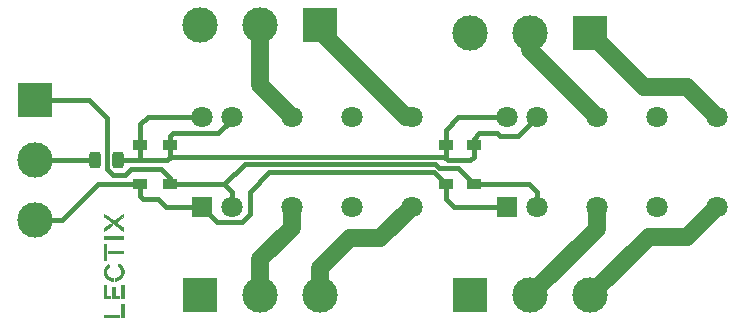
<source format=gtl>
G04 #@! TF.GenerationSoftware,KiCad,Pcbnew,6.0.9-8da3e8f707~116~ubuntu20.04.1*
G04 #@! TF.CreationDate,2023-04-19T17:26:23+00:00*
G04 #@! TF.ProjectId,LEC022102,4c454330-3232-4313-9032-2e6b69636164,rev?*
G04 #@! TF.SameCoordinates,Original*
G04 #@! TF.FileFunction,Copper,L1,Top*
G04 #@! TF.FilePolarity,Positive*
%FSLAX46Y46*%
G04 Gerber Fmt 4.6, Leading zero omitted, Abs format (unit mm)*
G04 Created by KiCad (PCBNEW 6.0.9-8da3e8f707~116~ubuntu20.04.1) date 2023-04-19 17:26:23*
%MOMM*%
%LPD*%
G01*
G04 APERTURE LIST*
G04 Aperture macros list*
%AMRoundRect*
0 Rectangle with rounded corners*
0 $1 Rounding radius*
0 $2 $3 $4 $5 $6 $7 $8 $9 X,Y pos of 4 corners*
0 Add a 4 corners polygon primitive as box body*
4,1,4,$2,$3,$4,$5,$6,$7,$8,$9,$2,$3,0*
0 Add four circle primitives for the rounded corners*
1,1,$1+$1,$2,$3*
1,1,$1+$1,$4,$5*
1,1,$1+$1,$6,$7*
1,1,$1+$1,$8,$9*
0 Add four rect primitives between the rounded corners*
20,1,$1+$1,$2,$3,$4,$5,0*
20,1,$1+$1,$4,$5,$6,$7,0*
20,1,$1+$1,$6,$7,$8,$9,0*
20,1,$1+$1,$8,$9,$2,$3,0*%
G04 Aperture macros list end*
G04 #@! TA.AperFunction,EtchedComponent*
%ADD10C,0.010000*%
G04 #@! TD*
G04 #@! TA.AperFunction,SMDPad,CuDef*
%ADD11R,1.200000X0.900000*%
G04 #@! TD*
G04 #@! TA.AperFunction,ComponentPad*
%ADD12R,3.000000X3.000000*%
G04 #@! TD*
G04 #@! TA.AperFunction,ComponentPad*
%ADD13C,3.000000*%
G04 #@! TD*
G04 #@! TA.AperFunction,ComponentPad*
%ADD14R,1.800000X1.800000*%
G04 #@! TD*
G04 #@! TA.AperFunction,ComponentPad*
%ADD15C,1.800000*%
G04 #@! TD*
G04 #@! TA.AperFunction,SMDPad,CuDef*
%ADD16RoundRect,0.243750X0.243750X0.456250X-0.243750X0.456250X-0.243750X-0.456250X0.243750X-0.456250X0*%
G04 #@! TD*
G04 #@! TA.AperFunction,Conductor*
%ADD17C,0.400000*%
G04 #@! TD*
G04 #@! TA.AperFunction,Conductor*
%ADD18C,1.500000*%
G04 #@! TD*
G04 APERTURE END LIST*
G04 #@! TO.C,LOGO1*
G36*
X96161860Y-94007940D02*
G01*
X96474280Y-94007940D01*
X96474280Y-94231460D01*
X95940880Y-94231460D01*
X95940880Y-93134180D01*
X96161860Y-93134180D01*
X96161860Y-94007940D01*
G37*
D10*
X96161860Y-94007940D02*
X96474280Y-94007940D01*
X96474280Y-94231460D01*
X95940880Y-94231460D01*
X95940880Y-93134180D01*
X96161860Y-93134180D01*
X96161860Y-94007940D01*
G36*
X96521001Y-87896871D02*
G01*
X96527439Y-87900923D01*
X96536779Y-87907183D01*
X96548461Y-87915245D01*
X96561928Y-87924707D01*
X96576622Y-87935162D01*
X96591984Y-87946207D01*
X96607457Y-87957438D01*
X96622483Y-87968449D01*
X96636504Y-87978838D01*
X96648962Y-87988199D01*
X96659298Y-87996128D01*
X96666955Y-88002221D01*
X96671375Y-88006073D01*
X96672247Y-88007190D01*
X96670223Y-88008929D01*
X96664295Y-88013496D01*
X96654671Y-88020736D01*
X96641561Y-88030498D01*
X96625174Y-88042627D01*
X96605719Y-88056971D01*
X96583405Y-88073375D01*
X96558442Y-88091687D01*
X96531037Y-88111753D01*
X96501402Y-88133421D01*
X96469743Y-88156535D01*
X96436272Y-88180944D01*
X96401196Y-88206494D01*
X96364724Y-88233032D01*
X96327067Y-88260404D01*
X96315493Y-88268810D01*
X96277445Y-88296442D01*
X96240468Y-88323293D01*
X96204772Y-88349211D01*
X96170572Y-88374040D01*
X96138081Y-88397626D01*
X96107511Y-88419814D01*
X96079075Y-88440451D01*
X96052985Y-88459382D01*
X96029456Y-88476452D01*
X96008699Y-88491507D01*
X95990927Y-88504392D01*
X95976354Y-88514953D01*
X95965192Y-88523036D01*
X95957654Y-88528486D01*
X95953952Y-88531149D01*
X95953630Y-88531375D01*
X95952417Y-88532123D01*
X95951412Y-88532285D01*
X95950595Y-88531437D01*
X95949947Y-88529156D01*
X95949449Y-88525019D01*
X95949081Y-88518601D01*
X95948823Y-88509478D01*
X95948655Y-88497228D01*
X95948559Y-88481427D01*
X95948514Y-88461651D01*
X95948500Y-88437475D01*
X95948499Y-88420446D01*
X95948500Y-88306032D01*
X96231044Y-88100731D01*
X96264835Y-88076201D01*
X96297537Y-88052507D01*
X96328909Y-88029820D01*
X96358714Y-88008311D01*
X96386711Y-87988152D01*
X96412663Y-87969513D01*
X96436329Y-87952565D01*
X96457470Y-87937480D01*
X96475848Y-87924429D01*
X96491223Y-87913582D01*
X96503356Y-87905111D01*
X96512009Y-87899186D01*
X96516942Y-87895979D01*
X96518021Y-87895430D01*
X96521001Y-87896871D01*
G37*
X96521001Y-87896871D02*
X96527439Y-87900923D01*
X96536779Y-87907183D01*
X96548461Y-87915245D01*
X96561928Y-87924707D01*
X96576622Y-87935162D01*
X96591984Y-87946207D01*
X96607457Y-87957438D01*
X96622483Y-87968449D01*
X96636504Y-87978838D01*
X96648962Y-87988199D01*
X96659298Y-87996128D01*
X96666955Y-88002221D01*
X96671375Y-88006073D01*
X96672247Y-88007190D01*
X96670223Y-88008929D01*
X96664295Y-88013496D01*
X96654671Y-88020736D01*
X96641561Y-88030498D01*
X96625174Y-88042627D01*
X96605719Y-88056971D01*
X96583405Y-88073375D01*
X96558442Y-88091687D01*
X96531037Y-88111753D01*
X96501402Y-88133421D01*
X96469743Y-88156535D01*
X96436272Y-88180944D01*
X96401196Y-88206494D01*
X96364724Y-88233032D01*
X96327067Y-88260404D01*
X96315493Y-88268810D01*
X96277445Y-88296442D01*
X96240468Y-88323293D01*
X96204772Y-88349211D01*
X96170572Y-88374040D01*
X96138081Y-88397626D01*
X96107511Y-88419814D01*
X96079075Y-88440451D01*
X96052985Y-88459382D01*
X96029456Y-88476452D01*
X96008699Y-88491507D01*
X95990927Y-88504392D01*
X95976354Y-88514953D01*
X95965192Y-88523036D01*
X95957654Y-88528486D01*
X95953952Y-88531149D01*
X95953630Y-88531375D01*
X95952417Y-88532123D01*
X95951412Y-88532285D01*
X95950595Y-88531437D01*
X95949947Y-88529156D01*
X95949449Y-88525019D01*
X95949081Y-88518601D01*
X95948823Y-88509478D01*
X95948655Y-88497228D01*
X95948559Y-88481427D01*
X95948514Y-88461651D01*
X95948500Y-88437475D01*
X95948499Y-88420446D01*
X95948500Y-88306032D01*
X96231044Y-88100731D01*
X96264835Y-88076201D01*
X96297537Y-88052507D01*
X96328909Y-88029820D01*
X96358714Y-88008311D01*
X96386711Y-87988152D01*
X96412663Y-87969513D01*
X96436329Y-87952565D01*
X96457470Y-87937480D01*
X96475848Y-87924429D01*
X96491223Y-87913582D01*
X96503356Y-87905111D01*
X96512009Y-87899186D01*
X96516942Y-87895979D01*
X96518021Y-87895430D01*
X96521001Y-87896871D01*
G36*
X97619820Y-89169240D02*
G01*
X95948500Y-89169240D01*
X95948500Y-88948260D01*
X97619820Y-88948260D01*
X97619820Y-89169240D01*
G37*
X97619820Y-89169240D02*
X95948500Y-89169240D01*
X95948500Y-88948260D01*
X97619820Y-88948260D01*
X97619820Y-89169240D01*
G36*
X96883220Y-94007940D02*
G01*
X97226120Y-94007940D01*
X97226120Y-94228920D01*
X96659700Y-94228920D01*
X96659700Y-93248480D01*
X96883220Y-93248480D01*
X96883220Y-94007940D01*
G37*
X96883220Y-94007940D02*
X97226120Y-94007940D01*
X97226120Y-94228920D01*
X96659700Y-94228920D01*
X96659700Y-93248480D01*
X96883220Y-93248480D01*
X96883220Y-94007940D01*
G36*
X97226120Y-95826580D02*
G01*
X95951040Y-95826580D01*
X95951040Y-95605600D01*
X97226120Y-95605600D01*
X97226120Y-95826580D01*
G37*
X97226120Y-95826580D02*
X95951040Y-95826580D01*
X95951040Y-95605600D01*
X97226120Y-95605600D01*
X97226120Y-95826580D01*
G36*
X96373183Y-87364852D02*
G01*
X96414298Y-87394936D01*
X96454325Y-87424213D01*
X96493069Y-87452542D01*
X96530338Y-87479783D01*
X96565940Y-87505794D01*
X96599680Y-87530434D01*
X96631366Y-87553564D01*
X96660806Y-87575043D01*
X96687806Y-87594729D01*
X96712172Y-87612482D01*
X96733713Y-87628161D01*
X96752236Y-87641626D01*
X96767546Y-87652735D01*
X96779452Y-87661349D01*
X96787760Y-87667326D01*
X96792277Y-87670526D01*
X96793087Y-87671054D01*
X96795269Y-87669593D01*
X96801370Y-87665293D01*
X96811192Y-87658297D01*
X96824541Y-87648744D01*
X96841220Y-87636776D01*
X96861032Y-87622535D01*
X96883783Y-87606162D01*
X96909275Y-87587798D01*
X96937314Y-87567584D01*
X96967701Y-87545663D01*
X97000243Y-87522175D01*
X97034742Y-87497261D01*
X97071003Y-87471062D01*
X97108829Y-87443721D01*
X97148025Y-87415378D01*
X97188395Y-87386175D01*
X97204766Y-87374329D01*
X97245564Y-87344810D01*
X97285274Y-87316087D01*
X97323701Y-87288301D01*
X97360647Y-87261595D01*
X97395916Y-87236111D01*
X97429310Y-87211990D01*
X97460635Y-87189374D01*
X97489692Y-87168405D01*
X97516285Y-87149225D01*
X97540218Y-87131975D01*
X97561293Y-87116798D01*
X97579315Y-87103836D01*
X97594086Y-87093230D01*
X97605411Y-87085122D01*
X97613091Y-87079654D01*
X97616932Y-87076967D01*
X97617347Y-87076704D01*
X97617981Y-87078984D01*
X97618522Y-87086178D01*
X97618969Y-87098122D01*
X97619317Y-87114651D01*
X97619563Y-87135600D01*
X97619703Y-87160804D01*
X97619734Y-87189734D01*
X97619649Y-87303610D01*
X97285780Y-87544910D01*
X97249037Y-87571474D01*
X97213426Y-87597235D01*
X97179163Y-87622035D01*
X97146466Y-87645717D01*
X97115550Y-87668124D01*
X97086632Y-87689098D01*
X97059929Y-87708483D01*
X97035658Y-87726120D01*
X97014034Y-87741853D01*
X96995274Y-87755525D01*
X96979596Y-87766977D01*
X96967215Y-87776052D01*
X96958347Y-87782594D01*
X96953211Y-87786444D01*
X96951933Y-87787480D01*
X96953950Y-87789094D01*
X96959854Y-87793545D01*
X96969427Y-87800676D01*
X96982455Y-87810326D01*
X96998722Y-87822339D01*
X97018010Y-87836553D01*
X97040106Y-87852812D01*
X97064791Y-87870956D01*
X97091851Y-87890827D01*
X97121070Y-87912266D01*
X97152231Y-87935113D01*
X97185119Y-87959211D01*
X97219518Y-87984400D01*
X97255211Y-88010523D01*
X97283644Y-88031320D01*
X97320214Y-88058075D01*
X97355667Y-88084035D01*
X97389786Y-88109039D01*
X97422355Y-88132928D01*
X97453156Y-88155542D01*
X97481973Y-88176721D01*
X97508589Y-88196307D01*
X97532787Y-88214137D01*
X97554350Y-88230054D01*
X97573061Y-88243898D01*
X97588704Y-88255507D01*
X97601061Y-88264724D01*
X97609916Y-88271387D01*
X97615051Y-88275338D01*
X97616335Y-88276430D01*
X97616529Y-88279426D01*
X97616680Y-88286975D01*
X97616789Y-88298550D01*
X97616853Y-88313625D01*
X97616870Y-88331673D01*
X97616839Y-88352167D01*
X97616759Y-88374581D01*
X97616672Y-88391352D01*
X97616010Y-88503733D01*
X96787970Y-87897775D01*
X96729907Y-87855283D01*
X96672878Y-87813543D01*
X96617019Y-87772657D01*
X96562469Y-87732724D01*
X96509363Y-87693846D01*
X96457839Y-87656122D01*
X96408036Y-87619653D01*
X96360089Y-87584541D01*
X96314136Y-87550885D01*
X96270314Y-87518786D01*
X96228761Y-87488345D01*
X96189614Y-87459662D01*
X96153011Y-87432838D01*
X96119087Y-87407973D01*
X96087981Y-87385168D01*
X96059831Y-87364523D01*
X96034772Y-87346140D01*
X96012943Y-87330118D01*
X95994481Y-87316559D01*
X95979522Y-87305563D01*
X95968205Y-87297229D01*
X95960667Y-87291660D01*
X95957044Y-87288955D01*
X95956728Y-87288706D01*
X95955936Y-87286871D01*
X95955292Y-87282807D01*
X95954789Y-87276140D01*
X95954418Y-87266496D01*
X95954171Y-87253503D01*
X95954039Y-87236788D01*
X95954016Y-87215976D01*
X95954092Y-87190696D01*
X95954188Y-87172150D01*
X95954850Y-87058704D01*
X96373183Y-87364852D01*
G37*
X96373183Y-87364852D02*
X96414298Y-87394936D01*
X96454325Y-87424213D01*
X96493069Y-87452542D01*
X96530338Y-87479783D01*
X96565940Y-87505794D01*
X96599680Y-87530434D01*
X96631366Y-87553564D01*
X96660806Y-87575043D01*
X96687806Y-87594729D01*
X96712172Y-87612482D01*
X96733713Y-87628161D01*
X96752236Y-87641626D01*
X96767546Y-87652735D01*
X96779452Y-87661349D01*
X96787760Y-87667326D01*
X96792277Y-87670526D01*
X96793087Y-87671054D01*
X96795269Y-87669593D01*
X96801370Y-87665293D01*
X96811192Y-87658297D01*
X96824541Y-87648744D01*
X96841220Y-87636776D01*
X96861032Y-87622535D01*
X96883783Y-87606162D01*
X96909275Y-87587798D01*
X96937314Y-87567584D01*
X96967701Y-87545663D01*
X97000243Y-87522175D01*
X97034742Y-87497261D01*
X97071003Y-87471062D01*
X97108829Y-87443721D01*
X97148025Y-87415378D01*
X97188395Y-87386175D01*
X97204766Y-87374329D01*
X97245564Y-87344810D01*
X97285274Y-87316087D01*
X97323701Y-87288301D01*
X97360647Y-87261595D01*
X97395916Y-87236111D01*
X97429310Y-87211990D01*
X97460635Y-87189374D01*
X97489692Y-87168405D01*
X97516285Y-87149225D01*
X97540218Y-87131975D01*
X97561293Y-87116798D01*
X97579315Y-87103836D01*
X97594086Y-87093230D01*
X97605411Y-87085122D01*
X97613091Y-87079654D01*
X97616932Y-87076967D01*
X97617347Y-87076704D01*
X97617981Y-87078984D01*
X97618522Y-87086178D01*
X97618969Y-87098122D01*
X97619317Y-87114651D01*
X97619563Y-87135600D01*
X97619703Y-87160804D01*
X97619734Y-87189734D01*
X97619649Y-87303610D01*
X97285780Y-87544910D01*
X97249037Y-87571474D01*
X97213426Y-87597235D01*
X97179163Y-87622035D01*
X97146466Y-87645717D01*
X97115550Y-87668124D01*
X97086632Y-87689098D01*
X97059929Y-87708483D01*
X97035658Y-87726120D01*
X97014034Y-87741853D01*
X96995274Y-87755525D01*
X96979596Y-87766977D01*
X96967215Y-87776052D01*
X96958347Y-87782594D01*
X96953211Y-87786444D01*
X96951933Y-87787480D01*
X96953950Y-87789094D01*
X96959854Y-87793545D01*
X96969427Y-87800676D01*
X96982455Y-87810326D01*
X96998722Y-87822339D01*
X97018010Y-87836553D01*
X97040106Y-87852812D01*
X97064791Y-87870956D01*
X97091851Y-87890827D01*
X97121070Y-87912266D01*
X97152231Y-87935113D01*
X97185119Y-87959211D01*
X97219518Y-87984400D01*
X97255211Y-88010523D01*
X97283644Y-88031320D01*
X97320214Y-88058075D01*
X97355667Y-88084035D01*
X97389786Y-88109039D01*
X97422355Y-88132928D01*
X97453156Y-88155542D01*
X97481973Y-88176721D01*
X97508589Y-88196307D01*
X97532787Y-88214137D01*
X97554350Y-88230054D01*
X97573061Y-88243898D01*
X97588704Y-88255507D01*
X97601061Y-88264724D01*
X97609916Y-88271387D01*
X97615051Y-88275338D01*
X97616335Y-88276430D01*
X97616529Y-88279426D01*
X97616680Y-88286975D01*
X97616789Y-88298550D01*
X97616853Y-88313625D01*
X97616870Y-88331673D01*
X97616839Y-88352167D01*
X97616759Y-88374581D01*
X97616672Y-88391352D01*
X97616010Y-88503733D01*
X96787970Y-87897775D01*
X96729907Y-87855283D01*
X96672878Y-87813543D01*
X96617019Y-87772657D01*
X96562469Y-87732724D01*
X96509363Y-87693846D01*
X96457839Y-87656122D01*
X96408036Y-87619653D01*
X96360089Y-87584541D01*
X96314136Y-87550885D01*
X96270314Y-87518786D01*
X96228761Y-87488345D01*
X96189614Y-87459662D01*
X96153011Y-87432838D01*
X96119087Y-87407973D01*
X96087981Y-87385168D01*
X96059831Y-87364523D01*
X96034772Y-87346140D01*
X96012943Y-87330118D01*
X95994481Y-87316559D01*
X95979522Y-87305563D01*
X95968205Y-87297229D01*
X95960667Y-87291660D01*
X95957044Y-87288955D01*
X95956728Y-87288706D01*
X95955936Y-87286871D01*
X95955292Y-87282807D01*
X95954789Y-87276140D01*
X95954418Y-87266496D01*
X95954171Y-87253503D01*
X95954039Y-87236788D01*
X95954016Y-87215976D01*
X95954092Y-87190696D01*
X95954188Y-87172150D01*
X95954850Y-87058704D01*
X96373183Y-87364852D01*
G36*
X97236864Y-91291350D02*
G01*
X97242246Y-91293764D01*
X97250130Y-91298171D01*
X97261022Y-91304839D01*
X97275432Y-91314037D01*
X97280730Y-91317468D01*
X97331247Y-91353255D01*
X97378456Y-91392767D01*
X97422181Y-91435747D01*
X97462245Y-91481939D01*
X97498473Y-91531085D01*
X97530690Y-91582929D01*
X97558719Y-91637214D01*
X97582386Y-91693683D01*
X97601513Y-91752078D01*
X97614608Y-91805614D01*
X97618715Y-91826549D01*
X97621937Y-91845693D01*
X97624387Y-91864214D01*
X97626177Y-91883279D01*
X97627419Y-91904056D01*
X97628226Y-91927714D01*
X97628665Y-91951810D01*
X97628860Y-91970035D01*
X97628960Y-91986929D01*
X97628966Y-92001719D01*
X97628880Y-92013633D01*
X97628704Y-92021897D01*
X97628485Y-92025470D01*
X97627741Y-92031358D01*
X97626630Y-92040690D01*
X97625341Y-92051862D01*
X97624735Y-92057220D01*
X97616047Y-92112997D01*
X97602574Y-92168993D01*
X97584545Y-92224599D01*
X97562188Y-92279206D01*
X97535731Y-92332203D01*
X97505401Y-92382981D01*
X97499955Y-92391230D01*
X97479098Y-92421202D01*
X97458653Y-92447956D01*
X97437317Y-92473058D01*
X97413790Y-92498073D01*
X97398501Y-92513282D01*
X97351656Y-92555480D01*
X97302179Y-92593384D01*
X97250236Y-92626914D01*
X97195994Y-92655986D01*
X97139618Y-92680518D01*
X97081274Y-92700426D01*
X97021129Y-92715629D01*
X96975477Y-92723813D01*
X96966261Y-92725020D01*
X96953810Y-92726423D01*
X96939307Y-92727913D01*
X96923937Y-92729382D01*
X96908885Y-92730719D01*
X96895334Y-92731815D01*
X96884470Y-92732562D01*
X96877505Y-92732850D01*
X96877107Y-92730398D01*
X96876738Y-92723379D01*
X96876405Y-92712308D01*
X96876119Y-92697696D01*
X96875886Y-92680059D01*
X96875717Y-92659909D01*
X96875620Y-92637759D01*
X96875600Y-92621481D01*
X96875600Y-92510101D01*
X96909255Y-92508598D01*
X96958642Y-92503880D01*
X97007391Y-92494286D01*
X97055126Y-92480012D01*
X97101472Y-92461257D01*
X97146055Y-92438216D01*
X97188500Y-92411087D01*
X97228432Y-92380067D01*
X97265476Y-92345352D01*
X97299258Y-92307140D01*
X97304066Y-92301060D01*
X97332193Y-92260962D01*
X97356754Y-92217655D01*
X97377491Y-92171786D01*
X97394147Y-92124001D01*
X97406466Y-92074946D01*
X97414191Y-92025267D01*
X97414331Y-92023939D01*
X97415812Y-92002583D01*
X97416277Y-91977988D01*
X97415784Y-91951830D01*
X97414393Y-91925784D01*
X97412161Y-91901525D01*
X97409369Y-91881960D01*
X97397968Y-91831580D01*
X97382011Y-91782829D01*
X97361722Y-91736027D01*
X97337326Y-91691494D01*
X97309050Y-91649553D01*
X97277119Y-91610523D01*
X97241757Y-91574725D01*
X97203189Y-91542479D01*
X97161642Y-91514107D01*
X97143570Y-91503541D01*
X97135866Y-91499236D01*
X97130162Y-91496023D01*
X97127660Y-91494581D01*
X97127648Y-91494572D01*
X97128589Y-91492282D01*
X97131586Y-91486034D01*
X97136356Y-91476378D01*
X97142617Y-91463866D01*
X97150087Y-91449050D01*
X97158484Y-91432482D01*
X97167526Y-91414712D01*
X97176930Y-91396291D01*
X97186414Y-91377773D01*
X97195697Y-91359708D01*
X97204496Y-91342647D01*
X97212530Y-91327143D01*
X97219515Y-91313746D01*
X97225170Y-91303008D01*
X97229212Y-91295481D01*
X97231360Y-91291716D01*
X97231574Y-91291421D01*
X97233476Y-91290658D01*
X97236864Y-91291350D01*
G37*
X97236864Y-91291350D02*
X97242246Y-91293764D01*
X97250130Y-91298171D01*
X97261022Y-91304839D01*
X97275432Y-91314037D01*
X97280730Y-91317468D01*
X97331247Y-91353255D01*
X97378456Y-91392767D01*
X97422181Y-91435747D01*
X97462245Y-91481939D01*
X97498473Y-91531085D01*
X97530690Y-91582929D01*
X97558719Y-91637214D01*
X97582386Y-91693683D01*
X97601513Y-91752078D01*
X97614608Y-91805614D01*
X97618715Y-91826549D01*
X97621937Y-91845693D01*
X97624387Y-91864214D01*
X97626177Y-91883279D01*
X97627419Y-91904056D01*
X97628226Y-91927714D01*
X97628665Y-91951810D01*
X97628860Y-91970035D01*
X97628960Y-91986929D01*
X97628966Y-92001719D01*
X97628880Y-92013633D01*
X97628704Y-92021897D01*
X97628485Y-92025470D01*
X97627741Y-92031358D01*
X97626630Y-92040690D01*
X97625341Y-92051862D01*
X97624735Y-92057220D01*
X97616047Y-92112997D01*
X97602574Y-92168993D01*
X97584545Y-92224599D01*
X97562188Y-92279206D01*
X97535731Y-92332203D01*
X97505401Y-92382981D01*
X97499955Y-92391230D01*
X97479098Y-92421202D01*
X97458653Y-92447956D01*
X97437317Y-92473058D01*
X97413790Y-92498073D01*
X97398501Y-92513282D01*
X97351656Y-92555480D01*
X97302179Y-92593384D01*
X97250236Y-92626914D01*
X97195994Y-92655986D01*
X97139618Y-92680518D01*
X97081274Y-92700426D01*
X97021129Y-92715629D01*
X96975477Y-92723813D01*
X96966261Y-92725020D01*
X96953810Y-92726423D01*
X96939307Y-92727913D01*
X96923937Y-92729382D01*
X96908885Y-92730719D01*
X96895334Y-92731815D01*
X96884470Y-92732562D01*
X96877505Y-92732850D01*
X96877107Y-92730398D01*
X96876738Y-92723379D01*
X96876405Y-92712308D01*
X96876119Y-92697696D01*
X96875886Y-92680059D01*
X96875717Y-92659909D01*
X96875620Y-92637759D01*
X96875600Y-92621481D01*
X96875600Y-92510101D01*
X96909255Y-92508598D01*
X96958642Y-92503880D01*
X97007391Y-92494286D01*
X97055126Y-92480012D01*
X97101472Y-92461257D01*
X97146055Y-92438216D01*
X97188500Y-92411087D01*
X97228432Y-92380067D01*
X97265476Y-92345352D01*
X97299258Y-92307140D01*
X97304066Y-92301060D01*
X97332193Y-92260962D01*
X97356754Y-92217655D01*
X97377491Y-92171786D01*
X97394147Y-92124001D01*
X97406466Y-92074946D01*
X97414191Y-92025267D01*
X97414331Y-92023939D01*
X97415812Y-92002583D01*
X97416277Y-91977988D01*
X97415784Y-91951830D01*
X97414393Y-91925784D01*
X97412161Y-91901525D01*
X97409369Y-91881960D01*
X97397968Y-91831580D01*
X97382011Y-91782829D01*
X97361722Y-91736027D01*
X97337326Y-91691494D01*
X97309050Y-91649553D01*
X97277119Y-91610523D01*
X97241757Y-91574725D01*
X97203189Y-91542479D01*
X97161642Y-91514107D01*
X97143570Y-91503541D01*
X97135866Y-91499236D01*
X97130162Y-91496023D01*
X97127660Y-91494581D01*
X97127648Y-91494572D01*
X97128589Y-91492282D01*
X97131586Y-91486034D01*
X97136356Y-91476378D01*
X97142617Y-91463866D01*
X97150087Y-91449050D01*
X97158484Y-91432482D01*
X97167526Y-91414712D01*
X97176930Y-91396291D01*
X97186414Y-91377773D01*
X97195697Y-91359708D01*
X97204496Y-91342647D01*
X97212530Y-91327143D01*
X97219515Y-91313746D01*
X97225170Y-91303008D01*
X97229212Y-91295481D01*
X97231360Y-91291716D01*
X97231574Y-91291421D01*
X97233476Y-91290658D01*
X97236864Y-91291350D01*
G36*
X97619820Y-90416380D02*
G01*
X96337120Y-90416380D01*
X96337120Y-90195400D01*
X97619820Y-90195400D01*
X97619820Y-90416380D01*
G37*
X97619820Y-90416380D02*
X96337120Y-90416380D01*
X96337120Y-90195400D01*
X97619820Y-90195400D01*
X97619820Y-90416380D01*
G36*
X97627440Y-94226380D02*
G01*
X97403920Y-94226380D01*
X97403920Y-93134180D01*
X97627440Y-93134180D01*
X97627440Y-94226380D01*
G37*
X97627440Y-94226380D02*
X97403920Y-94226380D01*
X97403920Y-93134180D01*
X97627440Y-93134180D01*
X97627440Y-94226380D01*
G36*
X96322046Y-91327073D02*
G01*
X96323794Y-91329384D01*
X96327936Y-91335416D01*
X96334116Y-91344624D01*
X96341976Y-91356459D01*
X96351159Y-91370373D01*
X96361308Y-91385819D01*
X96372066Y-91402250D01*
X96383075Y-91419117D01*
X96393979Y-91435873D01*
X96404419Y-91451971D01*
X96414039Y-91466862D01*
X96422482Y-91480000D01*
X96429390Y-91490835D01*
X96434407Y-91498822D01*
X96437174Y-91503412D01*
X96437584Y-91504206D01*
X96436718Y-91507032D01*
X96432095Y-91511095D01*
X96423339Y-91516695D01*
X96417914Y-91519816D01*
X96390428Y-91536911D01*
X96362002Y-91557573D01*
X96333852Y-91580771D01*
X96307197Y-91605472D01*
X96283254Y-91630644D01*
X96273140Y-91642520D01*
X96243172Y-91683154D01*
X96217127Y-91726753D01*
X96195226Y-91772804D01*
X96177690Y-91820792D01*
X96164740Y-91870203D01*
X96157813Y-91910548D01*
X96155768Y-91932054D01*
X96154722Y-91956779D01*
X96154637Y-91983240D01*
X96155480Y-92009955D01*
X96157214Y-92035443D01*
X96159804Y-92058221D01*
X96161603Y-92069174D01*
X96173608Y-92119714D01*
X96190099Y-92168225D01*
X96210857Y-92214466D01*
X96235666Y-92258196D01*
X96264308Y-92299174D01*
X96296566Y-92337159D01*
X96332223Y-92371910D01*
X96371062Y-92403186D01*
X96412864Y-92430748D01*
X96457413Y-92454352D01*
X96504492Y-92473760D01*
X96535621Y-92483801D01*
X96580052Y-92494444D01*
X96626105Y-92501072D01*
X96664145Y-92503568D01*
X96705420Y-92504972D01*
X96705420Y-92725969D01*
X96660335Y-92724493D01*
X96600765Y-92720049D01*
X96542219Y-92710761D01*
X96484945Y-92696804D01*
X96429192Y-92678357D01*
X96375206Y-92655595D01*
X96323239Y-92628694D01*
X96273537Y-92597832D01*
X96226349Y-92563184D01*
X96181923Y-92524927D01*
X96140510Y-92483238D01*
X96102355Y-92438292D01*
X96067709Y-92390267D01*
X96036820Y-92339339D01*
X96009936Y-92285684D01*
X95996046Y-92252800D01*
X95977465Y-92199923D01*
X95962763Y-92145211D01*
X95951716Y-92087795D01*
X95949434Y-92072460D01*
X95947688Y-92056281D01*
X95946339Y-92036218D01*
X95945399Y-92013456D01*
X95944875Y-91989175D01*
X95944777Y-91964559D01*
X95945115Y-91940791D01*
X95945898Y-91919051D01*
X95947135Y-91900524D01*
X95948013Y-91892120D01*
X95958111Y-91830464D01*
X95972858Y-91770518D01*
X95992120Y-91712498D01*
X96015760Y-91656620D01*
X96043642Y-91603099D01*
X96075632Y-91552150D01*
X96111592Y-91503988D01*
X96151388Y-91458829D01*
X96194884Y-91416889D01*
X96241944Y-91378383D01*
X96292433Y-91343525D01*
X96294462Y-91342247D01*
X96304604Y-91336050D01*
X96313176Y-91331127D01*
X96319284Y-91327968D01*
X96322034Y-91327067D01*
X96322046Y-91327073D01*
G37*
X96322046Y-91327073D02*
X96323794Y-91329384D01*
X96327936Y-91335416D01*
X96334116Y-91344624D01*
X96341976Y-91356459D01*
X96351159Y-91370373D01*
X96361308Y-91385819D01*
X96372066Y-91402250D01*
X96383075Y-91419117D01*
X96393979Y-91435873D01*
X96404419Y-91451971D01*
X96414039Y-91466862D01*
X96422482Y-91480000D01*
X96429390Y-91490835D01*
X96434407Y-91498822D01*
X96437174Y-91503412D01*
X96437584Y-91504206D01*
X96436718Y-91507032D01*
X96432095Y-91511095D01*
X96423339Y-91516695D01*
X96417914Y-91519816D01*
X96390428Y-91536911D01*
X96362002Y-91557573D01*
X96333852Y-91580771D01*
X96307197Y-91605472D01*
X96283254Y-91630644D01*
X96273140Y-91642520D01*
X96243172Y-91683154D01*
X96217127Y-91726753D01*
X96195226Y-91772804D01*
X96177690Y-91820792D01*
X96164740Y-91870203D01*
X96157813Y-91910548D01*
X96155768Y-91932054D01*
X96154722Y-91956779D01*
X96154637Y-91983240D01*
X96155480Y-92009955D01*
X96157214Y-92035443D01*
X96159804Y-92058221D01*
X96161603Y-92069174D01*
X96173608Y-92119714D01*
X96190099Y-92168225D01*
X96210857Y-92214466D01*
X96235666Y-92258196D01*
X96264308Y-92299174D01*
X96296566Y-92337159D01*
X96332223Y-92371910D01*
X96371062Y-92403186D01*
X96412864Y-92430748D01*
X96457413Y-92454352D01*
X96504492Y-92473760D01*
X96535621Y-92483801D01*
X96580052Y-92494444D01*
X96626105Y-92501072D01*
X96664145Y-92503568D01*
X96705420Y-92504972D01*
X96705420Y-92725969D01*
X96660335Y-92724493D01*
X96600765Y-92720049D01*
X96542219Y-92710761D01*
X96484945Y-92696804D01*
X96429192Y-92678357D01*
X96375206Y-92655595D01*
X96323239Y-92628694D01*
X96273537Y-92597832D01*
X96226349Y-92563184D01*
X96181923Y-92524927D01*
X96140510Y-92483238D01*
X96102355Y-92438292D01*
X96067709Y-92390267D01*
X96036820Y-92339339D01*
X96009936Y-92285684D01*
X95996046Y-92252800D01*
X95977465Y-92199923D01*
X95962763Y-92145211D01*
X95951716Y-92087795D01*
X95949434Y-92072460D01*
X95947688Y-92056281D01*
X95946339Y-92036218D01*
X95945399Y-92013456D01*
X95944875Y-91989175D01*
X95944777Y-91964559D01*
X95945115Y-91940791D01*
X95945898Y-91919051D01*
X95947135Y-91900524D01*
X95948013Y-91892120D01*
X95958111Y-91830464D01*
X95972858Y-91770518D01*
X95992120Y-91712498D01*
X96015760Y-91656620D01*
X96043642Y-91603099D01*
X96075632Y-91552150D01*
X96111592Y-91503988D01*
X96151388Y-91458829D01*
X96194884Y-91416889D01*
X96241944Y-91378383D01*
X96292433Y-91343525D01*
X96294462Y-91342247D01*
X96304604Y-91336050D01*
X96313176Y-91331127D01*
X96319284Y-91327968D01*
X96322034Y-91327067D01*
X96322046Y-91327073D01*
G36*
X96169480Y-90985340D02*
G01*
X95948500Y-90985340D01*
X95948500Y-89616280D01*
X96169480Y-89616280D01*
X96169480Y-90985340D01*
G37*
X96169480Y-90985340D02*
X95948500Y-90985340D01*
X95948500Y-89616280D01*
X96169480Y-89616280D01*
X96169480Y-90985340D01*
G36*
X97627440Y-95826580D02*
G01*
X97403920Y-95826580D01*
X97403920Y-94678500D01*
X97627440Y-94678500D01*
X97627440Y-95826580D01*
G37*
X97627440Y-95826580D02*
X97403920Y-95826580D01*
X97403920Y-94678500D01*
X97627440Y-94678500D01*
X97627440Y-95826580D01*
G04 #@! TD*
D11*
G04 #@! TO.P,D1,1,K*
G04 #@! TO.N,/S*
X99060000Y-84580000D03*
G04 #@! TO.P,D1,2,A*
G04 #@! TO.N,Net-(D1-Pad2)*
X99060000Y-81280000D03*
G04 #@! TD*
G04 #@! TO.P,D2,1,K*
G04 #@! TO.N,/R*
X101600000Y-84580000D03*
G04 #@! TO.P,D2,2,A*
G04 #@! TO.N,Net-(D1-Pad2)*
X101600000Y-81280000D03*
G04 #@! TD*
D12*
G04 #@! TO.P,J2,1,Pin_1*
G04 #@! TO.N,/R1*
X104140000Y-93980000D03*
D13*
G04 #@! TO.P,J2,2,Pin_2*
G04 #@! TO.N,/C1*
X109220000Y-93980000D03*
G04 #@! TO.P,J2,3,Pin_3*
G04 #@! TO.N,/S1*
X114300000Y-93980000D03*
G04 #@! TD*
D12*
G04 #@! TO.P,J3,1,Pin_1*
G04 #@! TO.N,/S2*
X114300000Y-71120000D03*
D13*
G04 #@! TO.P,J3,2,Pin_2*
G04 #@! TO.N,/C2*
X109220000Y-71120000D03*
G04 #@! TO.P,J3,3,Pin_3*
G04 #@! TO.N,/R2*
X104140000Y-71120000D03*
G04 #@! TD*
D14*
G04 #@! TO.P,K1,1*
G04 #@! TO.N,/S*
X104267000Y-86487000D03*
D15*
G04 #@! TO.P,K1,2*
G04 #@! TO.N,/R*
X106807000Y-86487000D03*
G04 #@! TO.P,K1,4*
G04 #@! TO.N,/C1*
X111887000Y-86487000D03*
G04 #@! TO.P,K1,6*
G04 #@! TO.N,/R1*
X116967000Y-86487000D03*
G04 #@! TO.P,K1,8*
G04 #@! TO.N,/S1*
X122047000Y-86487000D03*
G04 #@! TO.P,K1,9*
G04 #@! TO.N,/S2*
X122047000Y-78867000D03*
G04 #@! TO.P,K1,11*
G04 #@! TO.N,/R2*
X116967000Y-78867000D03*
G04 #@! TO.P,K1,13*
G04 #@! TO.N,/C2*
X111887000Y-78867000D03*
G04 #@! TO.P,K1,15*
G04 #@! TO.N,Net-(D1-Pad2)*
X106807000Y-78867000D03*
G04 #@! TO.P,K1,16*
X104267000Y-78867000D03*
G04 #@! TD*
D12*
G04 #@! TO.P,J1,1,Pin_1*
G04 #@! TO.N,/R*
X90170000Y-77470000D03*
D13*
G04 #@! TO.P,J1,2,Pin_2*
G04 #@! TO.N,/C*
X90170000Y-82550000D03*
G04 #@! TO.P,J1,3,Pin_3*
G04 #@! TO.N,/S*
X90170000Y-87630000D03*
G04 #@! TD*
D16*
G04 #@! TO.P,R1,1*
G04 #@! TO.N,Net-(D1-Pad2)*
X97125000Y-82550000D03*
G04 #@! TO.P,R1,2*
G04 #@! TO.N,/C*
X95250000Y-82550000D03*
G04 #@! TD*
D11*
G04 #@! TO.P,D3,1,K*
G04 #@! TO.N,/S*
X124900000Y-84580000D03*
G04 #@! TO.P,D3,2,A*
G04 #@! TO.N,Net-(D1-Pad2)*
X124900000Y-81280000D03*
G04 #@! TD*
D14*
G04 #@! TO.P,K2,1*
G04 #@! TO.N,/S*
X130094688Y-86487000D03*
D15*
G04 #@! TO.P,K2,2*
G04 #@! TO.N,/R*
X132634688Y-86487000D03*
G04 #@! TO.P,K2,4*
G04 #@! TO.N,/C3*
X137714688Y-86487000D03*
G04 #@! TO.P,K2,6*
G04 #@! TO.N,/R3*
X142794688Y-86487000D03*
G04 #@! TO.P,K2,8*
G04 #@! TO.N,/S3*
X147874688Y-86487000D03*
G04 #@! TO.P,K2,9*
G04 #@! TO.N,/S4*
X147874688Y-78867000D03*
G04 #@! TO.P,K2,11*
G04 #@! TO.N,/R4*
X142794688Y-78867000D03*
G04 #@! TO.P,K2,13*
G04 #@! TO.N,/C4*
X137714688Y-78867000D03*
G04 #@! TO.P,K2,15*
G04 #@! TO.N,Net-(D1-Pad2)*
X132634688Y-78867000D03*
G04 #@! TO.P,K2,16*
X130094688Y-78867000D03*
G04 #@! TD*
D12*
G04 #@! TO.P,J5,1,Pin_1*
G04 #@! TO.N,/S4*
X137160000Y-71755000D03*
D13*
G04 #@! TO.P,J5,2,Pin_2*
G04 #@! TO.N,/C4*
X132080000Y-71755000D03*
G04 #@! TO.P,J5,3,Pin_3*
G04 #@! TO.N,/R4*
X127000000Y-71755000D03*
G04 #@! TD*
D12*
G04 #@! TO.P,J4,1,Pin_1*
G04 #@! TO.N,/R3*
X127000000Y-93980000D03*
D13*
G04 #@! TO.P,J4,2,Pin_2*
G04 #@! TO.N,/C3*
X132080000Y-93980000D03*
G04 #@! TO.P,J4,3,Pin_3*
G04 #@! TO.N,/S3*
X137160000Y-93980000D03*
G04 #@! TD*
D11*
G04 #@! TO.P,D4,1,K*
G04 #@! TO.N,/R*
X127300000Y-84580000D03*
G04 #@! TO.P,D4,2,A*
G04 #@! TO.N,Net-(D1-Pad2)*
X127300000Y-81280000D03*
G04 #@! TD*
D17*
G04 #@! TO.N,Net-(D1-Pad2)*
X106807000Y-78867000D02*
X106807000Y-79121000D01*
X101854000Y-80264000D02*
X101600000Y-80518000D01*
X124900000Y-81280000D02*
X124900000Y-82355000D01*
X106807000Y-79121000D02*
X105664000Y-80264000D01*
X101346000Y-82550000D02*
X101600000Y-82296000D01*
X97125000Y-82550000D02*
X99060000Y-82550000D01*
X127300000Y-82250000D02*
X127000000Y-82550000D01*
X124784998Y-82239998D02*
X101656002Y-82239998D01*
X104267000Y-78867000D02*
X99695000Y-78867000D01*
X124900000Y-79951000D02*
X124900000Y-81280000D01*
X101600000Y-82296000D02*
X101600000Y-81280000D01*
X124900000Y-82355000D02*
X125095000Y-82550000D01*
X127762000Y-80264000D02*
X129286000Y-80264000D01*
X127000000Y-82550000D02*
X125095000Y-82550000D01*
X129286000Y-80264000D02*
X129540000Y-80518000D01*
X99060000Y-79502000D02*
X99060000Y-81280000D01*
X125984000Y-78867000D02*
X124900000Y-79951000D01*
X130983688Y-80518000D02*
X132634688Y-78867000D01*
X105664000Y-80264000D02*
X101854000Y-80264000D01*
X127300000Y-80726000D02*
X127762000Y-80264000D01*
X127300000Y-81280000D02*
X127300000Y-80726000D01*
X99060000Y-81280000D02*
X99060000Y-82550000D01*
X99060000Y-82550000D02*
X101346000Y-82550000D01*
X101656002Y-82239998D02*
X101346000Y-82550000D01*
X129540000Y-80518000D02*
X130983688Y-80518000D01*
X99695000Y-78867000D02*
X99060000Y-79502000D01*
X130094688Y-78867000D02*
X125984000Y-78867000D01*
X125095000Y-82550000D02*
X124784998Y-82239998D01*
X101600000Y-80518000D02*
X101600000Y-81280000D01*
X127300000Y-81280000D02*
X127300000Y-82250000D01*
G04 #@! TO.N,/S*
X109982000Y-83566000D02*
X123886000Y-83566000D01*
X101219000Y-86487000D02*
X100584000Y-85852000D01*
X90170000Y-87630000D02*
X92456000Y-87630000D01*
X95506000Y-84580000D02*
X99060000Y-84580000D01*
X104267000Y-86487000D02*
X101219000Y-86487000D01*
X108331000Y-87122000D02*
X108331000Y-85217000D01*
X99314000Y-85852000D02*
X99060000Y-85598000D01*
X99060000Y-85598000D02*
X99060000Y-84580000D01*
X125603000Y-86487000D02*
X130094688Y-86487000D01*
X105567000Y-87787000D02*
X107666000Y-87787000D01*
X124900000Y-85784000D02*
X125603000Y-86487000D01*
X92456000Y-87630000D02*
X95506000Y-84580000D01*
X107666000Y-87787000D02*
X108331000Y-87122000D01*
X100584000Y-85852000D02*
X99314000Y-85852000D01*
X108331000Y-85217000D02*
X109982000Y-83566000D01*
X104267000Y-86487000D02*
X105567000Y-87787000D01*
X124900000Y-84580000D02*
X124900000Y-85784000D01*
X123886000Y-83566000D02*
X124900000Y-84580000D01*
G04 #@! TO.N,/R*
X124352822Y-83185000D02*
X124007321Y-82839499D01*
X106807000Y-85217000D02*
X106170000Y-84580000D01*
X96237490Y-83283490D02*
X96237490Y-78965490D01*
X131951000Y-84580000D02*
X127300000Y-84580000D01*
X101600000Y-84074000D02*
X100838000Y-83312000D01*
X94742000Y-77470000D02*
X90170000Y-77470000D01*
X97790000Y-83820000D02*
X96774000Y-83820000D01*
X96774000Y-83820000D02*
X96237490Y-83283490D01*
X124007321Y-82839499D02*
X107910501Y-82839499D01*
X101600000Y-84580000D02*
X101600000Y-84074000D01*
X106170000Y-84580000D02*
X101600000Y-84580000D01*
X125905000Y-83185000D02*
X124352822Y-83185000D01*
X106807000Y-86487000D02*
X106807000Y-85217000D01*
X100838000Y-83312000D02*
X98298000Y-83312000D01*
X132634688Y-85263688D02*
X131951000Y-84580000D01*
X132634688Y-86487000D02*
X132634688Y-85263688D01*
X127300000Y-84580000D02*
X125905000Y-83185000D01*
X98298000Y-83312000D02*
X97790000Y-83820000D01*
X107910501Y-82839499D02*
X106170000Y-84580000D01*
X96237490Y-78965490D02*
X94742000Y-77470000D01*
G04 #@! TO.N,/C*
X90170000Y-82550000D02*
X95250000Y-82550000D01*
D18*
G04 #@! TO.N,/S1*
X114300000Y-91694000D02*
X116840000Y-89154000D01*
X119380000Y-89154000D02*
X122047000Y-86487000D01*
X114300000Y-93980000D02*
X114300000Y-91694000D01*
X116840000Y-89154000D02*
X119380000Y-89154000D01*
G04 #@! TO.N,/C1*
X111887000Y-88265000D02*
X111887000Y-86487000D01*
X109220000Y-93980000D02*
X109220000Y-90932000D01*
X109220000Y-90932000D02*
X111887000Y-88265000D01*
G04 #@! TO.N,/S2*
X121539000Y-78867000D02*
X122047000Y-78867000D01*
X114300000Y-71120000D02*
X114300000Y-71628000D01*
X114300000Y-71628000D02*
X121539000Y-78867000D01*
G04 #@! TO.N,/C2*
X109220000Y-76200000D02*
X111887000Y-78867000D01*
X109220000Y-71120000D02*
X109220000Y-76200000D01*
G04 #@! TO.N,/C3*
X137714688Y-88345312D02*
X132080000Y-93980000D01*
X137714688Y-86487000D02*
X137714688Y-88345312D01*
G04 #@! TO.N,/S3*
X147874688Y-86487000D02*
X145334688Y-89027000D01*
X142113000Y-89027000D02*
X137160000Y-93980000D01*
X145334688Y-89027000D02*
X142113000Y-89027000D01*
G04 #@! TO.N,/C4*
X132080000Y-73232312D02*
X137714688Y-78867000D01*
X132080000Y-71755000D02*
X132080000Y-73232312D01*
G04 #@! TO.N,/S4*
X141732000Y-76327000D02*
X145334688Y-76327000D01*
X145334688Y-76327000D02*
X147874688Y-78867000D01*
X137160000Y-71755000D02*
X141732000Y-76327000D01*
G04 #@! TD*
M02*

</source>
